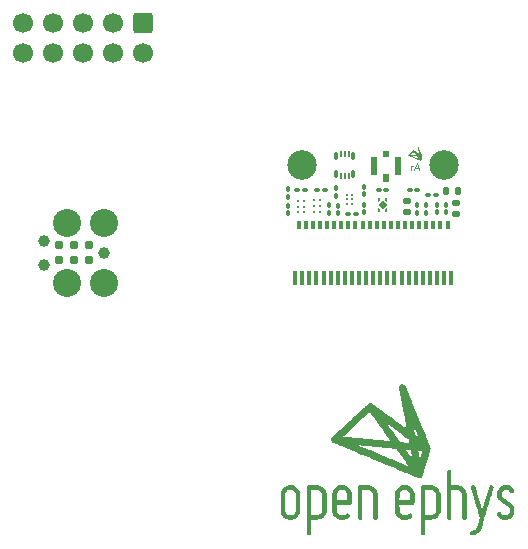
<source format=gbr>
%TF.GenerationSoftware,KiCad,Pcbnew,(7.0.0)*%
%TF.CreationDate,2023-09-06T14:08:44-04:00*%
%TF.ProjectId,headstage-neuropix1e,68656164-7374-4616-9765-2d6e6575726f,B*%
%TF.SameCoordinates,Original*%
%TF.FileFunction,Soldermask,Top*%
%TF.FilePolarity,Negative*%
%FSLAX46Y46*%
G04 Gerber Fmt 4.6, Leading zero omitted, Abs format (unit mm)*
G04 Created by KiCad (PCBNEW (7.0.0)) date 2023-09-06 14:08:44*
%MOMM*%
%LPD*%
G01*
G04 APERTURE LIST*
G04 Aperture macros list*
%AMRoundRect*
0 Rectangle with rounded corners*
0 $1 Rounding radius*
0 $2 $3 $4 $5 $6 $7 $8 $9 X,Y pos of 4 corners*
0 Add a 4 corners polygon primitive as box body*
4,1,4,$2,$3,$4,$5,$6,$7,$8,$9,$2,$3,0*
0 Add four circle primitives for the rounded corners*
1,1,$1+$1,$2,$3*
1,1,$1+$1,$4,$5*
1,1,$1+$1,$6,$7*
1,1,$1+$1,$8,$9*
0 Add four rect primitives between the rounded corners*
20,1,$1+$1,$2,$3,$4,$5,0*
20,1,$1+$1,$4,$5,$6,$7,0*
20,1,$1+$1,$6,$7,$8,$9,0*
20,1,$1+$1,$8,$9,$2,$3,0*%
%AMRotRect*
0 Rectangle, with rotation*
0 The origin of the aperture is its center*
0 $1 length*
0 $2 width*
0 $3 Rotation angle, in degrees counterclockwise*
0 Add horizontal line*
21,1,$1,$2,0,0,$3*%
%AMFreePoly0*
4,1,6,0.180000,0.075000,0.000000,-0.105000,-0.180000,-0.105000,-0.180000,0.105000,0.180000,0.105000,0.180000,0.075000,0.180000,0.075000,$1*%
%AMFreePoly1*
4,1,6,0.180000,-0.075000,0.180000,-0.105000,-0.180000,-0.105000,-0.180000,0.105000,0.000000,0.105000,0.180000,-0.075000,0.180000,-0.075000,$1*%
%AMFreePoly2*
4,1,6,0.180000,-0.105000,0.000000,-0.105000,-0.180000,0.075000,-0.180000,0.105000,0.180000,0.105000,0.180000,-0.105000,0.180000,-0.105000,$1*%
%AMFreePoly3*
4,1,6,0.180000,-0.105000,-0.180000,-0.105000,-0.180000,-0.075000,0.000000,0.105000,0.180000,0.105000,0.180000,-0.105000,0.180000,-0.105000,$1*%
G04 Aperture macros list end*
%ADD10C,0.120000*%
%ADD11C,2.374900*%
%ADD12C,0.990600*%
%ADD13C,0.787400*%
%ADD14RoundRect,0.100000X-0.130000X-0.100000X0.130000X-0.100000X0.130000X0.100000X-0.130000X0.100000X0*%
%ADD15RoundRect,0.100000X-0.100000X0.130000X-0.100000X-0.130000X0.100000X-0.130000X0.100000X0.130000X0*%
%ADD16RoundRect,0.009000X-0.081000X-0.233500X0.081000X-0.233500X0.081000X0.233500X-0.081000X0.233500X0*%
%ADD17RoundRect,0.011500X-0.103500X-0.256000X0.103500X-0.256000X0.103500X0.256000X-0.103500X0.256000X0*%
%ADD18R,0.500000X0.650000*%
%ADD19R,0.600000X1.500000*%
%ADD20R,0.500000X0.550000*%
%ADD21RoundRect,0.100000X0.100000X-0.130000X0.100000X0.130000X-0.100000X0.130000X-0.100000X-0.130000X0*%
%ADD22RoundRect,0.140000X-0.170000X0.140000X-0.170000X-0.140000X0.170000X-0.140000X0.170000X0.140000X0*%
%ADD23C,0.330000*%
%ADD24FreePoly0,90.000000*%
%ADD25FreePoly1,90.000000*%
%ADD26FreePoly2,90.000000*%
%ADD27FreePoly3,90.000000*%
%ADD28RotRect,0.480000X0.480000X135.000000*%
%ADD29RoundRect,0.100000X0.130000X0.100000X-0.130000X0.100000X-0.130000X-0.100000X0.130000X-0.100000X0*%
%ADD30R,0.300000X1.250000*%
%ADD31R,0.300000X0.700000*%
%ADD32C,2.500000*%
%ADD33RoundRect,0.140000X-0.140000X-0.170000X0.140000X-0.170000X0.140000X0.170000X-0.140000X0.170000X0*%
%ADD34RoundRect,0.250000X-0.600000X0.600000X-0.600000X-0.600000X0.600000X-0.600000X0.600000X0.600000X0*%
%ADD35C,1.700000*%
%ADD36RoundRect,0.050000X-0.250000X0.200000X-0.250000X-0.200000X0.250000X-0.200000X0.250000X0.200000X0*%
G04 APERTURE END LIST*
D10*
X145812857Y-88929428D02*
X145812857Y-88529428D01*
X145812857Y-88643714D02*
X145841428Y-88586571D01*
X145841428Y-88586571D02*
X145870000Y-88558000D01*
X145870000Y-88558000D02*
X145927142Y-88529428D01*
X145927142Y-88529428D02*
X145984285Y-88529428D01*
X146155714Y-88758000D02*
X146441429Y-88758000D01*
X146098571Y-88929428D02*
X146298571Y-88329428D01*
X146298571Y-88329428D02*
X146498571Y-88929428D01*
%TO.C,G\u002A\u002A\u002A*%
G36*
X146466015Y-87467131D02*
G01*
X146557514Y-87467131D01*
X146557766Y-87470147D01*
X146558983Y-87478087D01*
X146561025Y-87490130D01*
X146563750Y-87505451D01*
X146567016Y-87523229D01*
X146568908Y-87533317D01*
X146581235Y-87598569D01*
X146600260Y-87612758D01*
X146611900Y-87621160D01*
X146619406Y-87625880D01*
X146623067Y-87627071D01*
X146623188Y-87624926D01*
X146609071Y-87590312D01*
X146597009Y-87560787D01*
X146586859Y-87536011D01*
X146578482Y-87515646D01*
X146571735Y-87499353D01*
X146566479Y-87486794D01*
X146562571Y-87477630D01*
X146559872Y-87471522D01*
X146558240Y-87468131D01*
X146557535Y-87467120D01*
X146557514Y-87467131D01*
X146466015Y-87467131D01*
X146464298Y-87457696D01*
X146459644Y-87432338D01*
X146454370Y-87403781D01*
X146448555Y-87372449D01*
X146442275Y-87338769D01*
X146435609Y-87303166D01*
X146431623Y-87281941D01*
X146424733Y-87245196D01*
X146418165Y-87209964D01*
X146411997Y-87176690D01*
X146406312Y-87145816D01*
X146401190Y-87117789D01*
X146396711Y-87093052D01*
X146392957Y-87072050D01*
X146390007Y-87055228D01*
X146387943Y-87043029D01*
X146386845Y-87035898D01*
X146386682Y-87034315D01*
X146388953Y-87024042D01*
X146395144Y-87012925D01*
X146404048Y-87002949D01*
X146407335Y-87000277D01*
X146419534Y-86994619D01*
X146433298Y-86993520D01*
X146447059Y-86996593D01*
X146459252Y-87003452D01*
X146468308Y-87013709D01*
X146469336Y-87015589D01*
X146471070Y-87019534D01*
X146474877Y-87028566D01*
X146480620Y-87042352D01*
X146488161Y-87060559D01*
X146497363Y-87082851D01*
X146508090Y-87108897D01*
X146520204Y-87138363D01*
X146533568Y-87170915D01*
X146548044Y-87206219D01*
X146563497Y-87243942D01*
X146579789Y-87283751D01*
X146596782Y-87325312D01*
X146614339Y-87368291D01*
X146616129Y-87372676D01*
X146633759Y-87415841D01*
X146650850Y-87457661D01*
X146667264Y-87497800D01*
X146682862Y-87535920D01*
X146697507Y-87571684D01*
X146711061Y-87604755D01*
X146723384Y-87634795D01*
X146734338Y-87661469D01*
X146743786Y-87684437D01*
X146751589Y-87703364D01*
X146757608Y-87717912D01*
X146761705Y-87727743D01*
X146763743Y-87732521D01*
X146763819Y-87732690D01*
X146769149Y-87749471D01*
X146768953Y-87765122D01*
X146766100Y-87774493D01*
X146764544Y-87779020D01*
X146761494Y-87788613D01*
X146757116Y-87802726D01*
X146751579Y-87820810D01*
X146745046Y-87842320D01*
X146737687Y-87866707D01*
X146729665Y-87893425D01*
X146721149Y-87921925D01*
X146716054Y-87939039D01*
X146707350Y-87968274D01*
X146699073Y-87996007D01*
X146691385Y-88021695D01*
X146684449Y-88044797D01*
X146678428Y-88064772D01*
X146673486Y-88081078D01*
X146669786Y-88093172D01*
X146667490Y-88100515D01*
X146666862Y-88102394D01*
X146659735Y-88113748D01*
X146648776Y-88121749D01*
X146635169Y-88126060D01*
X146620101Y-88126346D01*
X146604754Y-88122269D01*
X146601723Y-88120885D01*
X146597461Y-88118981D01*
X146588136Y-88114958D01*
X146574079Y-88108955D01*
X146555625Y-88101112D01*
X146533106Y-88091569D01*
X146506854Y-88080465D01*
X146477203Y-88067940D01*
X146444484Y-88054134D01*
X146409032Y-88039187D01*
X146371177Y-88023239D01*
X146331254Y-88006428D01*
X146289595Y-87988896D01*
X146246532Y-87970782D01*
X146202399Y-87952224D01*
X146157527Y-87933365D01*
X146112251Y-87914342D01*
X146066901Y-87895296D01*
X146021812Y-87876366D01*
X145977316Y-87857692D01*
X145933745Y-87839415D01*
X145891433Y-87821673D01*
X145850711Y-87804607D01*
X145811914Y-87788356D01*
X145775372Y-87773060D01*
X145741420Y-87758859D01*
X145710390Y-87745892D01*
X145682615Y-87734300D01*
X145668050Y-87728231D01*
X145901264Y-87728231D01*
X145901397Y-87728390D01*
X145904370Y-87729850D01*
X145912298Y-87733370D01*
X145924761Y-87738774D01*
X145941336Y-87745886D01*
X145961604Y-87754528D01*
X145985142Y-87764524D01*
X146011529Y-87775697D01*
X146040344Y-87787871D01*
X146071166Y-87800869D01*
X146103574Y-87814515D01*
X146137146Y-87828632D01*
X146171461Y-87843042D01*
X146206098Y-87857570D01*
X146240635Y-87872039D01*
X146274652Y-87886273D01*
X146307726Y-87900094D01*
X146339438Y-87913326D01*
X146369365Y-87925792D01*
X146397086Y-87937317D01*
X146422180Y-87947722D01*
X146444226Y-87956832D01*
X146462803Y-87964470D01*
X146477489Y-87970459D01*
X146487863Y-87974622D01*
X146493503Y-87976784D01*
X146494438Y-87977053D01*
X146493016Y-87974527D01*
X146488505Y-87967747D01*
X146481248Y-87957202D01*
X146471588Y-87943380D01*
X146459868Y-87926771D01*
X146446430Y-87907862D01*
X146431618Y-87887144D01*
X146421485Y-87873034D01*
X146405738Y-87851281D01*
X146390858Y-87830985D01*
X146377227Y-87812646D01*
X146365226Y-87796768D01*
X146355237Y-87783851D01*
X146350389Y-87777817D01*
X146463483Y-87777817D01*
X146464924Y-87780258D01*
X146469331Y-87786778D01*
X146476242Y-87796714D01*
X146485191Y-87809403D01*
X146495716Y-87824180D01*
X146502997Y-87834335D01*
X146514345Y-87850017D01*
X146524543Y-87863909D01*
X146533107Y-87875369D01*
X146539554Y-87883755D01*
X146543399Y-87888422D01*
X146544270Y-87889163D01*
X146544108Y-87886081D01*
X146542990Y-87878195D01*
X146541067Y-87866446D01*
X146538495Y-87851779D01*
X146535863Y-87837462D01*
X146532681Y-87820922D01*
X146529733Y-87806404D01*
X146527231Y-87794880D01*
X146526587Y-87792247D01*
X146618755Y-87792247D01*
X146618789Y-87795443D01*
X146619788Y-87803315D01*
X146621593Y-87814795D01*
X146624044Y-87828813D01*
X146625022Y-87834108D01*
X146628675Y-87853584D01*
X146631412Y-87868031D01*
X146633391Y-87878173D01*
X146634769Y-87884735D01*
X146635702Y-87888443D01*
X146636348Y-87890021D01*
X146636864Y-87890195D01*
X146637122Y-87889981D01*
X146638329Y-87886913D01*
X146640886Y-87879220D01*
X146644477Y-87867889D01*
X146648788Y-87853906D01*
X146651444Y-87845136D01*
X146655972Y-87829900D01*
X146659829Y-87816550D01*
X146662723Y-87806131D01*
X146664360Y-87799689D01*
X146664619Y-87798218D01*
X146661995Y-87796665D01*
X146655225Y-87795001D01*
X146646009Y-87793447D01*
X146636045Y-87792223D01*
X146627032Y-87791553D01*
X146620670Y-87791655D01*
X146618755Y-87792247D01*
X146526587Y-87792247D01*
X146525382Y-87787320D01*
X146524483Y-87784738D01*
X146521175Y-87783785D01*
X146513599Y-87782523D01*
X146503274Y-87781124D01*
X146491723Y-87779759D01*
X146480467Y-87778603D01*
X146471026Y-87777827D01*
X146464922Y-87777604D01*
X146463483Y-87777817D01*
X146350389Y-87777817D01*
X146347641Y-87774397D01*
X146342820Y-87768908D01*
X146341404Y-87767721D01*
X146337553Y-87767082D01*
X146328346Y-87766001D01*
X146314265Y-87764522D01*
X146295786Y-87762690D01*
X146273389Y-87760551D01*
X146247554Y-87758150D01*
X146218758Y-87755531D01*
X146187481Y-87752741D01*
X146154201Y-87749825D01*
X146126095Y-87747400D01*
X146091459Y-87744420D01*
X146058370Y-87741549D01*
X146027318Y-87738831D01*
X145998788Y-87736310D01*
X145973267Y-87734029D01*
X145951244Y-87732032D01*
X145933204Y-87730364D01*
X145919635Y-87729067D01*
X145911024Y-87728186D01*
X145908038Y-87727810D01*
X145902631Y-87727284D01*
X145901264Y-87728231D01*
X145668050Y-87728231D01*
X145658426Y-87724221D01*
X145638158Y-87715797D01*
X145622142Y-87709165D01*
X145610712Y-87704468D01*
X145604201Y-87701843D01*
X145602993Y-87701385D01*
X145590254Y-87694452D01*
X145579634Y-87684042D01*
X145572666Y-87671833D01*
X145571206Y-87666614D01*
X145570462Y-87662822D01*
X145569905Y-87659359D01*
X145569767Y-87655979D01*
X145570283Y-87652434D01*
X145571690Y-87648477D01*
X145574221Y-87643863D01*
X145578113Y-87638344D01*
X145583599Y-87631673D01*
X145590915Y-87623605D01*
X145592998Y-87621448D01*
X145722177Y-87621448D01*
X145724951Y-87622197D01*
X145732694Y-87623307D01*
X145744538Y-87624678D01*
X145759619Y-87626212D01*
X145777068Y-87627811D01*
X145781448Y-87628187D01*
X145796070Y-87629433D01*
X145810132Y-87630637D01*
X145824143Y-87631844D01*
X145838611Y-87633101D01*
X145854042Y-87634453D01*
X145870945Y-87635943D01*
X145889829Y-87637618D01*
X145911199Y-87639522D01*
X145935566Y-87641701D01*
X145963436Y-87644200D01*
X145995317Y-87647063D01*
X146031717Y-87650337D01*
X146073144Y-87654066D01*
X146099753Y-87656461D01*
X146136215Y-87659743D01*
X146167273Y-87662528D01*
X146193353Y-87664845D01*
X146214882Y-87666724D01*
X146232286Y-87668194D01*
X146245990Y-87669284D01*
X146256422Y-87670022D01*
X146264007Y-87670439D01*
X146269172Y-87670562D01*
X146272343Y-87670422D01*
X146273946Y-87670047D01*
X146274408Y-87669467D01*
X146274154Y-87668710D01*
X146273941Y-87668353D01*
X146270562Y-87663292D01*
X146264246Y-87654236D01*
X146255331Y-87641650D01*
X146244153Y-87625996D01*
X146231048Y-87607738D01*
X146216354Y-87587337D01*
X146200407Y-87565258D01*
X146183544Y-87541963D01*
X146166101Y-87517915D01*
X146148416Y-87493578D01*
X146130825Y-87469414D01*
X146125896Y-87462656D01*
X146236673Y-87462656D01*
X146238964Y-87466825D01*
X146243623Y-87473655D01*
X146247648Y-87479249D01*
X146254653Y-87488991D01*
X146264202Y-87502278D01*
X146275862Y-87518503D01*
X146289197Y-87537062D01*
X146303771Y-87557349D01*
X146319151Y-87578759D01*
X146323548Y-87584879D01*
X146392928Y-87681468D01*
X146440250Y-87686204D01*
X146457144Y-87687854D01*
X146472774Y-87689304D01*
X146485860Y-87690442D01*
X146495125Y-87691155D01*
X146498191Y-87691327D01*
X146508810Y-87691713D01*
X146504678Y-87671956D01*
X146501862Y-87661216D01*
X146498523Y-87652371D01*
X146495523Y-87647512D01*
X146492222Y-87644946D01*
X146484617Y-87639326D01*
X146473173Y-87630988D01*
X146458357Y-87620267D01*
X146440635Y-87607501D01*
X146420474Y-87593026D01*
X146398341Y-87577179D01*
X146374701Y-87560295D01*
X146366105Y-87554166D01*
X146342083Y-87537042D01*
X146319425Y-87520884D01*
X146298593Y-87506023D01*
X146280049Y-87492787D01*
X146264256Y-87481508D01*
X146251677Y-87472516D01*
X146242773Y-87466141D01*
X146238008Y-87462713D01*
X146237394Y-87462264D01*
X146236673Y-87462656D01*
X146125896Y-87462656D01*
X146113664Y-87445885D01*
X146097271Y-87423456D01*
X146081982Y-87402589D01*
X146068134Y-87383748D01*
X146056063Y-87367394D01*
X146046107Y-87353992D01*
X146038601Y-87344003D01*
X146033883Y-87337892D01*
X146032303Y-87336089D01*
X146029781Y-87338016D01*
X146023392Y-87343541D01*
X146013554Y-87352280D01*
X146000684Y-87363849D01*
X145985199Y-87377864D01*
X145967518Y-87393940D01*
X145948056Y-87411694D01*
X145927233Y-87430742D01*
X145905464Y-87450699D01*
X145883168Y-87471182D01*
X145860762Y-87491806D01*
X145838663Y-87512187D01*
X145817289Y-87531942D01*
X145797057Y-87550686D01*
X145778385Y-87568035D01*
X145761689Y-87583605D01*
X145747388Y-87597012D01*
X145735898Y-87607872D01*
X145727638Y-87615801D01*
X145723024Y-87620415D01*
X145722177Y-87621448D01*
X145592998Y-87621448D01*
X145600296Y-87613891D01*
X145611977Y-87602286D01*
X145626192Y-87588542D01*
X145643176Y-87572414D01*
X145663165Y-87553653D01*
X145686393Y-87532014D01*
X145713096Y-87507250D01*
X145743508Y-87479113D01*
X145777864Y-87447358D01*
X145795591Y-87430975D01*
X145826098Y-87402812D01*
X145855501Y-87375737D01*
X145883501Y-87350021D01*
X145909801Y-87325935D01*
X145934103Y-87303747D01*
X145956111Y-87283729D01*
X145975528Y-87266149D01*
X145992055Y-87251278D01*
X146005396Y-87239387D01*
X146015253Y-87230745D01*
X146021329Y-87225621D01*
X146023190Y-87224266D01*
X146037519Y-87220835D01*
X146052059Y-87222974D01*
X146058042Y-87225602D01*
X146061824Y-87228057D01*
X146069993Y-87233671D01*
X146082183Y-87242184D01*
X146098029Y-87253338D01*
X146117166Y-87266873D01*
X146139228Y-87282530D01*
X146163849Y-87300050D01*
X146190664Y-87319172D01*
X146219308Y-87339639D01*
X146249415Y-87361191D01*
X146271078Y-87376721D01*
X146301747Y-87398702D01*
X146331036Y-87419654D01*
X146358598Y-87439330D01*
X146384087Y-87457488D01*
X146407157Y-87473880D01*
X146427463Y-87488263D01*
X146444659Y-87500390D01*
X146458399Y-87510018D01*
X146468337Y-87516901D01*
X146474127Y-87520794D01*
X146475539Y-87521605D01*
X146475155Y-87518625D01*
X146473760Y-87510319D01*
X146471434Y-87497112D01*
X146468254Y-87479429D01*
X146466015Y-87467131D01*
G37*
G36*
X134765391Y-117810773D02*
G01*
X134765391Y-117047319D01*
X135153177Y-117047319D01*
X135153177Y-117810773D01*
X135186069Y-117877424D01*
X135242661Y-117970159D01*
X135311738Y-118042855D01*
X135395265Y-118097309D01*
X135453710Y-118122177D01*
X135530174Y-118139183D01*
X135616261Y-118141618D01*
X135702615Y-118129984D01*
X135779880Y-118104782D01*
X135780128Y-118104668D01*
X135856299Y-118058202D01*
X135926108Y-117993800D01*
X135983234Y-117917761D01*
X136002192Y-117883329D01*
X136037815Y-117810773D01*
X136037815Y-117047319D01*
X136037815Y-116283865D01*
X136002192Y-116211310D01*
X135951930Y-116131646D01*
X135885905Y-116060836D01*
X135810555Y-116005317D01*
X135780128Y-115989246D01*
X135742556Y-115973215D01*
X135708136Y-115963427D01*
X135668596Y-115958423D01*
X135615667Y-115956744D01*
X135595496Y-115956670D01*
X135536809Y-115957623D01*
X135494045Y-115961453D01*
X135458935Y-115969620D01*
X135423208Y-115983583D01*
X135410864Y-115989246D01*
X135337471Y-116034411D01*
X135268772Y-116096305D01*
X135212125Y-116167568D01*
X135185754Y-116214357D01*
X135153177Y-116283865D01*
X135153177Y-117047319D01*
X134765391Y-117047319D01*
X134765391Y-116259628D01*
X134793771Y-116168741D01*
X134835697Y-116055506D01*
X134887146Y-115958443D01*
X134952618Y-115870012D01*
X135007459Y-115810952D01*
X135094327Y-115733368D01*
X135184699Y-115672871D01*
X135286114Y-115624959D01*
X135365248Y-115597263D01*
X135461161Y-115576295D01*
X135569006Y-115567642D01*
X135679905Y-115571203D01*
X135784976Y-115586873D01*
X135843922Y-115602831D01*
X135970199Y-115654904D01*
X136081844Y-115723761D01*
X136183049Y-115811436D01*
X136270618Y-115912520D01*
X136339043Y-116022976D01*
X136391929Y-116148639D01*
X136392586Y-116150563D01*
X136425601Y-116247510D01*
X136425601Y-117047319D01*
X136425601Y-117847128D01*
X136392586Y-117944075D01*
X136339724Y-118069948D01*
X136270678Y-118181223D01*
X136183158Y-118282577D01*
X136075234Y-118375634D01*
X135957986Y-118446344D01*
X135831013Y-118494883D01*
X135693911Y-118521425D01*
X135625792Y-118526354D01*
X135567021Y-118527131D01*
X135510958Y-118525526D01*
X135466223Y-118521880D01*
X135450987Y-118519439D01*
X135315802Y-118481705D01*
X135196406Y-118428028D01*
X135088602Y-118356177D01*
X135007459Y-118283686D01*
X134929875Y-118196819D01*
X134869378Y-118106447D01*
X134821466Y-118005031D01*
X134793771Y-117925897D01*
X134765391Y-117835010D01*
X134765391Y-117810773D01*
G37*
G36*
X139140105Y-116247510D02*
G01*
X139173120Y-116150563D01*
X139223471Y-116029171D01*
X139288373Y-115921920D01*
X139372277Y-115821671D01*
X139388531Y-115805032D01*
X139476368Y-115727614D01*
X139571125Y-115666543D01*
X139679367Y-115617939D01*
X139739962Y-115597297D01*
X139834414Y-115576529D01*
X139940729Y-115567497D01*
X140049562Y-115570201D01*
X140151571Y-115584642D01*
X140200458Y-115597297D01*
X140317806Y-115641166D01*
X140418418Y-115695580D01*
X140508860Y-115764421D01*
X140551889Y-115805032D01*
X140639392Y-115904769D01*
X140707079Y-116010197D01*
X140759336Y-116128355D01*
X140767118Y-116150563D01*
X140799952Y-116247510D01*
X140800133Y-116685888D01*
X140800134Y-116800673D01*
X140799945Y-116893731D01*
X140799433Y-116967573D01*
X140798466Y-117024707D01*
X140796913Y-117067643D01*
X140794642Y-117098892D01*
X140791520Y-117120964D01*
X140787416Y-117136367D01*
X140782198Y-117147613D01*
X140775735Y-117157210D01*
X140775329Y-117157754D01*
X140746479Y-117190115D01*
X140716890Y-117216227D01*
X140708509Y-117221978D01*
X140698688Y-117226789D01*
X140685289Y-117230759D01*
X140666172Y-117233985D01*
X140639200Y-117236567D01*
X140602232Y-117238603D01*
X140553132Y-117240191D01*
X140489759Y-117241432D01*
X140409976Y-117242422D01*
X140311643Y-117243260D01*
X140192622Y-117244046D01*
X140101832Y-117244582D01*
X139520227Y-117247953D01*
X139524059Y-117529363D01*
X139527891Y-117810773D01*
X139566079Y-117891375D01*
X139619939Y-117980504D01*
X139689285Y-118051570D01*
X139776341Y-118106795D01*
X139786602Y-118111766D01*
X139831355Y-118131393D01*
X139868988Y-118142869D01*
X139909568Y-118148275D01*
X139963162Y-118149690D01*
X139970210Y-118149691D01*
X140060185Y-118142602D01*
X140138426Y-118119770D01*
X140212046Y-118078481D01*
X140264347Y-118037396D01*
X140331482Y-117990310D01*
X140396361Y-117967122D01*
X140458626Y-117967854D01*
X140517920Y-117992526D01*
X140553846Y-118020612D01*
X140596976Y-118073916D01*
X140616714Y-118130422D01*
X140613545Y-118189158D01*
X140587952Y-118249148D01*
X140540417Y-118309420D01*
X140471424Y-118369000D01*
X140381456Y-118426914D01*
X140341558Y-118448442D01*
X140235454Y-118491374D01*
X140116584Y-118519338D01*
X139991768Y-118531641D01*
X139867826Y-118527592D01*
X139756596Y-118507834D01*
X139622375Y-118460663D01*
X139501263Y-118393572D01*
X139394573Y-118307812D01*
X139303619Y-118204634D01*
X139229712Y-118085291D01*
X139174904Y-117953294D01*
X139140105Y-117847128D01*
X139140105Y-117047319D01*
X139140105Y-116859485D01*
X139519910Y-116859485D01*
X139970210Y-116859485D01*
X140420510Y-116859485D01*
X140416478Y-116571675D01*
X140412447Y-116283865D01*
X140376974Y-116211419D01*
X140326945Y-116132002D01*
X140261086Y-116061260D01*
X140185886Y-116005684D01*
X140154842Y-115989246D01*
X140117270Y-115973215D01*
X140082849Y-115963427D01*
X140043310Y-115958423D01*
X139990381Y-115956744D01*
X139970210Y-115956670D01*
X139911522Y-115957623D01*
X139868759Y-115961453D01*
X139833649Y-115969620D01*
X139797922Y-115983583D01*
X139785578Y-115989246D01*
X139708467Y-116036992D01*
X139638118Y-116102483D01*
X139581020Y-116179230D01*
X139563446Y-116211419D01*
X139527973Y-116283865D01*
X139523941Y-116571675D01*
X139519910Y-116859485D01*
X139140105Y-116859485D01*
X139140105Y-116247510D01*
G37*
G36*
X144447929Y-116247510D02*
G01*
X144480945Y-116150563D01*
X144531296Y-116029171D01*
X144596198Y-115921920D01*
X144680102Y-115821671D01*
X144696355Y-115805032D01*
X144784192Y-115727614D01*
X144878949Y-115666543D01*
X144987191Y-115617939D01*
X145047786Y-115597297D01*
X145142239Y-115576529D01*
X145248553Y-115567497D01*
X145357387Y-115570201D01*
X145459396Y-115584642D01*
X145508282Y-115597297D01*
X145625631Y-115641166D01*
X145726242Y-115695580D01*
X145816684Y-115764421D01*
X145859714Y-115805032D01*
X145947216Y-115904769D01*
X146014904Y-116010197D01*
X146067160Y-116128355D01*
X146074942Y-116150563D01*
X146107776Y-116247510D01*
X146107958Y-116685888D01*
X146107959Y-116800673D01*
X146107769Y-116893731D01*
X146107257Y-116967573D01*
X146106290Y-117024707D01*
X146104738Y-117067643D01*
X146102466Y-117098892D01*
X146099345Y-117120964D01*
X146095241Y-117136367D01*
X146090023Y-117147613D01*
X146083559Y-117157210D01*
X146083154Y-117157754D01*
X146054304Y-117190115D01*
X146024715Y-117216227D01*
X146016334Y-117221978D01*
X146006513Y-117226789D01*
X145993113Y-117230759D01*
X145973997Y-117233985D01*
X145947024Y-117236567D01*
X145910057Y-117238603D01*
X145860956Y-117240191D01*
X145797584Y-117241432D01*
X145717800Y-117242422D01*
X145619467Y-117243260D01*
X145500446Y-117244046D01*
X145409656Y-117244582D01*
X144828051Y-117247953D01*
X144831883Y-117529363D01*
X144835716Y-117810773D01*
X144873903Y-117891375D01*
X144927763Y-117980504D01*
X144997109Y-118051570D01*
X145084166Y-118106795D01*
X145094427Y-118111766D01*
X145139179Y-118131393D01*
X145176812Y-118142869D01*
X145217392Y-118148275D01*
X145270987Y-118149690D01*
X145278034Y-118149691D01*
X145368009Y-118142602D01*
X145446250Y-118119770D01*
X145519871Y-118078481D01*
X145572171Y-118037396D01*
X145639306Y-117990310D01*
X145704185Y-117967122D01*
X145766451Y-117967854D01*
X145825744Y-117992526D01*
X145861671Y-118020612D01*
X145904800Y-118073916D01*
X145924539Y-118130422D01*
X145921370Y-118189158D01*
X145895776Y-118249148D01*
X145848242Y-118309420D01*
X145779249Y-118369000D01*
X145689281Y-118426914D01*
X145649382Y-118448442D01*
X145543278Y-118491374D01*
X145424408Y-118519338D01*
X145299592Y-118531641D01*
X145175650Y-118527592D01*
X145064421Y-118507834D01*
X144930200Y-118460663D01*
X144809088Y-118393572D01*
X144702398Y-118307812D01*
X144611443Y-118204634D01*
X144537536Y-118085291D01*
X144482728Y-117953294D01*
X144447929Y-117847128D01*
X144447929Y-117047319D01*
X144447929Y-116859485D01*
X144827734Y-116859485D01*
X145278034Y-116859485D01*
X145728335Y-116859485D01*
X145724303Y-116571675D01*
X145720271Y-116283865D01*
X145684798Y-116211419D01*
X145634770Y-116132002D01*
X145568911Y-116061260D01*
X145493710Y-116005684D01*
X145462666Y-115989246D01*
X145425094Y-115973215D01*
X145390674Y-115963427D01*
X145351134Y-115958423D01*
X145298205Y-115956744D01*
X145278034Y-115956670D01*
X145219347Y-115957623D01*
X145176584Y-115961453D01*
X145141474Y-115969620D01*
X145105746Y-115983583D01*
X145093402Y-115989246D01*
X145016291Y-116036992D01*
X144945942Y-116102483D01*
X144888845Y-116179230D01*
X144871270Y-116211419D01*
X144835798Y-116283865D01*
X144831766Y-116571675D01*
X144827734Y-116859485D01*
X144447929Y-116859485D01*
X144447929Y-116247510D01*
G37*
G36*
X142409158Y-115631108D02*
G01*
X142510179Y-115672085D01*
X142595146Y-115718428D01*
X142672241Y-115775233D01*
X142738331Y-115836188D01*
X142826347Y-115937270D01*
X142894769Y-116046956D01*
X142947452Y-116171455D01*
X142948597Y-116174800D01*
X142981613Y-116271747D01*
X142981613Y-117340295D01*
X142981605Y-117525560D01*
X142981557Y-117688125D01*
X142981436Y-117829528D01*
X142981205Y-117951306D01*
X142980831Y-118054997D01*
X142980278Y-118142137D01*
X142979511Y-118214265D01*
X142978497Y-118272916D01*
X142977198Y-118319629D01*
X142975582Y-118355941D01*
X142973613Y-118383389D01*
X142971256Y-118403511D01*
X142968476Y-118417842D01*
X142965238Y-118427922D01*
X142961509Y-118435287D01*
X142957252Y-118441475D01*
X142956627Y-118442314D01*
X142914874Y-118488489D01*
X142870244Y-118514805D01*
X142815110Y-118525169D01*
X142793779Y-118525754D01*
X142733627Y-118519714D01*
X142686440Y-118498989D01*
X142644588Y-118459670D01*
X142630930Y-118442328D01*
X142626561Y-118436074D01*
X142622721Y-118428728D01*
X142619369Y-118418741D01*
X142616457Y-118404560D01*
X142613943Y-118384633D01*
X142611782Y-118357410D01*
X142609929Y-118321339D01*
X142608340Y-118274869D01*
X142606970Y-118216448D01*
X142605775Y-118144524D01*
X142604711Y-118057547D01*
X142603733Y-117953965D01*
X142602797Y-117832227D01*
X142601858Y-117690781D01*
X142600871Y-117528075D01*
X142599885Y-117358487D01*
X142593826Y-116308101D01*
X142558313Y-116235656D01*
X142503336Y-116149665D01*
X142430499Y-116075823D01*
X142345189Y-116019515D01*
X142339077Y-116016461D01*
X142266632Y-115980989D01*
X141978993Y-115976959D01*
X141691355Y-115972929D01*
X141688154Y-117190894D01*
X141687625Y-117389469D01*
X141687124Y-117565241D01*
X141686618Y-117719646D01*
X141686075Y-117854118D01*
X141685463Y-117970091D01*
X141684750Y-118069000D01*
X141683902Y-118152279D01*
X141682888Y-118221362D01*
X141681675Y-118277684D01*
X141680232Y-118322680D01*
X141678525Y-118357783D01*
X141676523Y-118384429D01*
X141674193Y-118404052D01*
X141671503Y-118418086D01*
X141668420Y-118427965D01*
X141664913Y-118435125D01*
X141660948Y-118440999D01*
X141659967Y-118442321D01*
X141631895Y-118474026D01*
X141603308Y-118499431D01*
X141562652Y-118518180D01*
X141510154Y-118527306D01*
X141456592Y-118525881D01*
X141417748Y-118515439D01*
X141373953Y-118485818D01*
X141336542Y-118443296D01*
X141312748Y-118396704D01*
X141309301Y-118383007D01*
X141308391Y-118365825D01*
X141307579Y-118326024D01*
X141306869Y-118265224D01*
X141306264Y-118185042D01*
X141305771Y-118087097D01*
X141305391Y-117973008D01*
X141305131Y-117844392D01*
X141304993Y-117702868D01*
X141304982Y-117550055D01*
X141305103Y-117387570D01*
X141305359Y-117217033D01*
X141305755Y-117040061D01*
X141305790Y-117026998D01*
X141306345Y-116820052D01*
X141306867Y-116635966D01*
X141307386Y-116473364D01*
X141307931Y-116330868D01*
X141308531Y-116207102D01*
X141309215Y-116100690D01*
X141310012Y-116010254D01*
X141310950Y-115934418D01*
X141312059Y-115871806D01*
X141313369Y-115821041D01*
X141314907Y-115780746D01*
X141316703Y-115749545D01*
X141318787Y-115726060D01*
X141321186Y-115708916D01*
X141323931Y-115696736D01*
X141327050Y-115688143D01*
X141330572Y-115681760D01*
X141334270Y-115676554D01*
X141363130Y-115644214D01*
X141392751Y-115618106D01*
X141402337Y-115611567D01*
X141413438Y-115606281D01*
X141428566Y-115602113D01*
X141450228Y-115598932D01*
X141480936Y-115596605D01*
X141523200Y-115594999D01*
X141579528Y-115593980D01*
X141652432Y-115593416D01*
X141744420Y-115593174D01*
X141858004Y-115593121D01*
X141864616Y-115593121D01*
X142302987Y-115593121D01*
X142409158Y-115631108D01*
G37*
G36*
X149094864Y-114278263D02*
G01*
X149142051Y-114298988D01*
X149183903Y-114338305D01*
X149197562Y-114355649D01*
X149203241Y-114363914D01*
X149208003Y-114373596D01*
X149211944Y-114386802D01*
X149215158Y-114405637D01*
X149217739Y-114432207D01*
X149219783Y-114468619D01*
X149221383Y-114516978D01*
X149222635Y-114579391D01*
X149223632Y-114657964D01*
X149224469Y-114754802D01*
X149225242Y-114872012D01*
X149225905Y-114987016D01*
X149229263Y-115584929D01*
X149534923Y-115589753D01*
X149629783Y-115591358D01*
X149704152Y-115593047D01*
X149761772Y-115595165D01*
X149806388Y-115598056D01*
X149841743Y-115602067D01*
X149871581Y-115607541D01*
X149899645Y-115614825D01*
X149929679Y-115624263D01*
X149937529Y-115626864D01*
X150063757Y-115679087D01*
X150175205Y-115747820D01*
X150276656Y-115835673D01*
X150364225Y-115936757D01*
X150432650Y-116047213D01*
X150485535Y-116172876D01*
X150486193Y-116174800D01*
X150519208Y-116271747D01*
X150519208Y-117340295D01*
X150519200Y-117525560D01*
X150519153Y-117688125D01*
X150519031Y-117829528D01*
X150518801Y-117951306D01*
X150518426Y-118054997D01*
X150517873Y-118142137D01*
X150517107Y-118214265D01*
X150516092Y-118272916D01*
X150514794Y-118319629D01*
X150513177Y-118355941D01*
X150511208Y-118383389D01*
X150508851Y-118403511D01*
X150506071Y-118417842D01*
X150502834Y-118427922D01*
X150499104Y-118435287D01*
X150494847Y-118441475D01*
X150494223Y-118442314D01*
X150452470Y-118488489D01*
X150407839Y-118514805D01*
X150352705Y-118525169D01*
X150331374Y-118525754D01*
X150271223Y-118519714D01*
X150224035Y-118498989D01*
X150182183Y-118459670D01*
X150168525Y-118442328D01*
X150164156Y-118436074D01*
X150160317Y-118428728D01*
X150156964Y-118418741D01*
X150154053Y-118404560D01*
X150151539Y-118384633D01*
X150149377Y-118357410D01*
X150147524Y-118321339D01*
X150145935Y-118274869D01*
X150144565Y-118216448D01*
X150143371Y-118144524D01*
X150142306Y-118057547D01*
X150141328Y-117953965D01*
X150140392Y-117832227D01*
X150139453Y-117690781D01*
X150138467Y-117528075D01*
X150137481Y-117358487D01*
X150131422Y-116308101D01*
X150095908Y-116235656D01*
X150040931Y-116149665D01*
X149968094Y-116075823D01*
X149882785Y-116019515D01*
X149876673Y-116016461D01*
X149804227Y-115980989D01*
X149516589Y-115976959D01*
X149228950Y-115972929D01*
X149225749Y-117190894D01*
X149225220Y-117389469D01*
X149224719Y-117565241D01*
X149224214Y-117719646D01*
X149223671Y-117854118D01*
X149223059Y-117970091D01*
X149222345Y-118069000D01*
X149221497Y-118152279D01*
X149220483Y-118221362D01*
X149219271Y-118277684D01*
X149217827Y-118322680D01*
X149216120Y-118357783D01*
X149214118Y-118384429D01*
X149211788Y-118404052D01*
X149209098Y-118418086D01*
X149206016Y-118427965D01*
X149202508Y-118435125D01*
X149198544Y-118440999D01*
X149197562Y-118442321D01*
X149169491Y-118474026D01*
X149140903Y-118499431D01*
X149100248Y-118518180D01*
X149047749Y-118527306D01*
X148994187Y-118525881D01*
X148955344Y-118515439D01*
X148911557Y-118485827D01*
X148874159Y-118443323D01*
X148850377Y-118396752D01*
X148846923Y-118383007D01*
X148846177Y-118366758D01*
X148845495Y-118327576D01*
X148844879Y-118266765D01*
X148844331Y-118185628D01*
X148843855Y-118085469D01*
X148843451Y-117967593D01*
X148843123Y-117833302D01*
X148842873Y-117683901D01*
X148842703Y-117520693D01*
X148842615Y-117344982D01*
X148842611Y-117158071D01*
X148842694Y-116961264D01*
X148842866Y-116755866D01*
X148843130Y-116543179D01*
X148843412Y-116366551D01*
X148843863Y-116110360D01*
X148844289Y-115877291D01*
X148844703Y-115666231D01*
X148845123Y-115476066D01*
X148845563Y-115305681D01*
X148846041Y-115153963D01*
X148846570Y-115019798D01*
X148847167Y-114902071D01*
X148847849Y-114799669D01*
X148848630Y-114711478D01*
X148849526Y-114636384D01*
X148850554Y-114573272D01*
X148851729Y-114521029D01*
X148853066Y-114478541D01*
X148854581Y-114444694D01*
X148856291Y-114418374D01*
X148858211Y-114398466D01*
X148860357Y-114383858D01*
X148862744Y-114373434D01*
X148865388Y-114366081D01*
X148868306Y-114360685D01*
X148871512Y-114356132D01*
X148871865Y-114355658D01*
X148913620Y-114309486D01*
X148958249Y-114283172D01*
X149013379Y-114272809D01*
X149034714Y-114272224D01*
X149094864Y-114278263D01*
G37*
G36*
X153869924Y-115569524D02*
G01*
X153933879Y-115570442D01*
X153981639Y-115573382D01*
X154021231Y-115579653D01*
X154060686Y-115590564D01*
X154108033Y-115607422D01*
X154112290Y-115609025D01*
X154231959Y-115664692D01*
X154340146Y-115736020D01*
X154433143Y-115820039D01*
X154507242Y-115913781D01*
X154521323Y-115936578D01*
X154548183Y-116002277D01*
X154553333Y-116066957D01*
X154537747Y-116126721D01*
X154502401Y-116177676D01*
X154451788Y-116214185D01*
X154384946Y-116236343D01*
X154320536Y-116235630D01*
X154261992Y-116213011D01*
X154212749Y-116169452D01*
X154193554Y-116141609D01*
X154137319Y-116065964D01*
X154068749Y-116010659D01*
X153986860Y-115975154D01*
X153890669Y-115958911D01*
X153857805Y-115957703D01*
X153775141Y-115962140D01*
X153707490Y-115979087D01*
X153647639Y-116011387D01*
X153588375Y-116061889D01*
X153584824Y-116065416D01*
X153527794Y-116137812D01*
X153490141Y-116219013D01*
X153472099Y-116304968D01*
X153473901Y-116391625D01*
X153495779Y-116474932D01*
X153537964Y-116550836D01*
X153555708Y-116572807D01*
X153579191Y-116594991D01*
X153620389Y-116628916D01*
X153676920Y-116672781D01*
X153746404Y-116724780D01*
X153826455Y-116783111D01*
X153914694Y-116845970D01*
X153940700Y-116864246D01*
X154023818Y-116923056D01*
X154103327Y-116980384D01*
X154176299Y-117034038D01*
X154239805Y-117081828D01*
X154290917Y-117121560D01*
X154326707Y-117151042D01*
X154339422Y-117162714D01*
X154423237Y-117260018D01*
X154487908Y-117366571D01*
X154529351Y-117464866D01*
X154544543Y-117509474D01*
X154554889Y-117546869D01*
X154561321Y-117583767D01*
X154564772Y-117626885D01*
X154566174Y-117682939D01*
X154566432Y-117732004D01*
X154563355Y-117837229D01*
X154552540Y-117925498D01*
X154532241Y-118003343D01*
X154500712Y-118077292D01*
X154456208Y-118153875D01*
X154451781Y-118160698D01*
X154367717Y-118268615D01*
X154268931Y-118359566D01*
X154158151Y-118432467D01*
X154038100Y-118486231D01*
X153911505Y-118519772D01*
X153781091Y-118532003D01*
X153649582Y-118521839D01*
X153581865Y-118507394D01*
X153459443Y-118464139D01*
X153344130Y-118401695D01*
X153240391Y-118323189D01*
X153152689Y-118231748D01*
X153115073Y-118180382D01*
X153078033Y-118108633D01*
X153062328Y-118040394D01*
X153067257Y-117978214D01*
X153092120Y-117924640D01*
X153136218Y-117882221D01*
X153198850Y-117853504D01*
X153205396Y-117851672D01*
X153272512Y-117843784D01*
X153331327Y-117858585D01*
X153383002Y-117896457D01*
X153399970Y-117915674D01*
X153452247Y-117978882D01*
X153495455Y-118025801D01*
X153533842Y-118060389D01*
X153571656Y-118086608D01*
X153599800Y-118101972D01*
X153638040Y-118119536D01*
X153672049Y-118130140D01*
X153710543Y-118135512D01*
X153762240Y-118137379D01*
X153779036Y-118137504D01*
X153835008Y-118136824D01*
X153875296Y-118133120D01*
X153908414Y-118124751D01*
X153942875Y-118110074D01*
X153956633Y-118103242D01*
X154035680Y-118051531D01*
X154103569Y-117984258D01*
X154150657Y-117913779D01*
X154163875Y-117884998D01*
X154172268Y-117855823D01*
X154176871Y-117819596D01*
X154178721Y-117769658D01*
X154178941Y-117732004D01*
X154178438Y-117673331D01*
X154176073Y-117632009D01*
X154170557Y-117601159D01*
X154160603Y-117573901D01*
X154144923Y-117543356D01*
X154142972Y-117539822D01*
X154130672Y-117518304D01*
X154118006Y-117498797D01*
X154103007Y-117479687D01*
X154083708Y-117459359D01*
X154058140Y-117436199D01*
X154024338Y-117408592D01*
X153980332Y-117374924D01*
X153924155Y-117333580D01*
X153853841Y-117282946D01*
X153767421Y-117221408D01*
X153675685Y-117156384D01*
X153578091Y-117086563D01*
X153490611Y-117022566D01*
X153415216Y-116965902D01*
X153353877Y-116918079D01*
X153308565Y-116880605D01*
X153281251Y-116854989D01*
X153279840Y-116853426D01*
X153205757Y-116753023D01*
X153146121Y-116637151D01*
X153116719Y-116556527D01*
X153096402Y-116464230D01*
X153087360Y-116361315D01*
X153089626Y-116256838D01*
X153103230Y-116159856D01*
X153115169Y-116114208D01*
X153166363Y-115991805D01*
X153237896Y-115879792D01*
X153327166Y-115780734D01*
X153431575Y-115697194D01*
X153548523Y-115631735D01*
X153639676Y-115597039D01*
X153689104Y-115583440D01*
X153736420Y-115574981D01*
X153789966Y-115570663D01*
X153858086Y-115569491D01*
X153869924Y-115569524D01*
G37*
G36*
X152690300Y-115586672D02*
G01*
X152741428Y-115619272D01*
X152779637Y-115665975D01*
X152800714Y-115723608D01*
X152803511Y-115755273D01*
X152800110Y-115769859D01*
X152790211Y-115806113D01*
X152774274Y-115862485D01*
X152752759Y-115937427D01*
X152726124Y-116029389D01*
X152694830Y-116136822D01*
X152659336Y-116258176D01*
X152620100Y-116391903D01*
X152577583Y-116536454D01*
X152532243Y-116690279D01*
X152484541Y-116851829D01*
X152434935Y-117019555D01*
X152383884Y-117191908D01*
X152331849Y-117367339D01*
X152279288Y-117544298D01*
X152226662Y-117721237D01*
X152174428Y-117896605D01*
X152123047Y-118068855D01*
X152072978Y-118236436D01*
X152024680Y-118397800D01*
X151978613Y-118551397D01*
X151935236Y-118695679D01*
X151895009Y-118829096D01*
X151858390Y-118950099D01*
X151825839Y-119057139D01*
X151797816Y-119148666D01*
X151784367Y-119192262D01*
X151747143Y-119299892D01*
X151706728Y-119389274D01*
X151659723Y-119466391D01*
X151602729Y-119537232D01*
X151567602Y-119573989D01*
X151456614Y-119668708D01*
X151336017Y-119741712D01*
X151207033Y-119792436D01*
X151070887Y-119820311D01*
X151028177Y-119824176D01*
X150976292Y-119826545D01*
X150940044Y-119824767D01*
X150911012Y-119817611D01*
X150880771Y-119803848D01*
X150877595Y-119802186D01*
X150824873Y-119762102D01*
X150792043Y-119708406D01*
X150779818Y-119642307D01*
X150779752Y-119636601D01*
X150787824Y-119570555D01*
X150812907Y-119518898D01*
X150856297Y-119480471D01*
X150919293Y-119454116D01*
X151001366Y-119438879D01*
X151110763Y-119416736D01*
X151203984Y-119376568D01*
X151281111Y-119318322D01*
X151342228Y-119241945D01*
X151358037Y-119214390D01*
X151372275Y-119182317D01*
X151391144Y-119132170D01*
X151413664Y-119067237D01*
X151438856Y-118990810D01*
X151465740Y-118906178D01*
X151493336Y-118816631D01*
X151520665Y-118725459D01*
X151546748Y-118635952D01*
X151570604Y-118551401D01*
X151591254Y-118475095D01*
X151607719Y-118410325D01*
X151619018Y-118360379D01*
X151624174Y-118328550D01*
X151624162Y-118320577D01*
X151619866Y-118304024D01*
X151609067Y-118265852D01*
X151592235Y-118207652D01*
X151569842Y-118131017D01*
X151542357Y-118037538D01*
X151510252Y-117928807D01*
X151473998Y-117806418D01*
X151434064Y-117671961D01*
X151390922Y-117527028D01*
X151345043Y-117373213D01*
X151296897Y-117212106D01*
X151258452Y-117083674D01*
X151208664Y-116917389D01*
X151160608Y-116756738D01*
X151114771Y-116603357D01*
X151071640Y-116458883D01*
X151031702Y-116324951D01*
X150995444Y-116203198D01*
X150963353Y-116095261D01*
X150935916Y-116002775D01*
X150913621Y-115927378D01*
X150896953Y-115870704D01*
X150886401Y-115834392D01*
X150882806Y-115821555D01*
X150873826Y-115749357D01*
X150887148Y-115686349D01*
X150922936Y-115631851D01*
X150930905Y-115623732D01*
X150982729Y-115588446D01*
X151041385Y-115572398D01*
X151101455Y-115574801D01*
X151157522Y-115594868D01*
X151204168Y-115631810D01*
X151228130Y-115666928D01*
X151234300Y-115683806D01*
X151246798Y-115722147D01*
X151265082Y-115780171D01*
X151288610Y-115856100D01*
X151316839Y-115948153D01*
X151349227Y-116054551D01*
X151385231Y-116173515D01*
X151424310Y-116303265D01*
X151465920Y-116442023D01*
X151509520Y-116588007D01*
X151537147Y-116680809D01*
X151581382Y-116829345D01*
X151623711Y-116971022D01*
X151663619Y-117104144D01*
X151700591Y-117227016D01*
X151734113Y-117337942D01*
X151763670Y-117435226D01*
X151788747Y-117517172D01*
X151808829Y-117582084D01*
X151823403Y-117628267D01*
X151831953Y-117654026D01*
X151834046Y-117659014D01*
X151838398Y-117647704D01*
X151849170Y-117614919D01*
X151865824Y-117562400D01*
X151887825Y-117491890D01*
X151914638Y-117405131D01*
X151945726Y-117303864D01*
X151980554Y-117189832D01*
X152018586Y-117064776D01*
X152059287Y-116930438D01*
X152102119Y-116788561D01*
X152118203Y-116735159D01*
X152162276Y-116588751D01*
X152204771Y-116447602D01*
X152245106Y-116313648D01*
X152282698Y-116188824D01*
X152316963Y-116075067D01*
X152347318Y-115974312D01*
X152373181Y-115888495D01*
X152393968Y-115819550D01*
X152409096Y-115769415D01*
X152417982Y-115740023D01*
X152419247Y-115735858D01*
X152449911Y-115664290D01*
X152492481Y-115613326D01*
X152547881Y-115581962D01*
X152566140Y-115576475D01*
X152630466Y-115571348D01*
X152690300Y-115586672D01*
G37*
G36*
X138082917Y-115631108D02*
G01*
X138183939Y-115672085D01*
X138268906Y-115718428D01*
X138346001Y-115775233D01*
X138412090Y-115836188D01*
X138500107Y-115937270D01*
X138568528Y-116046956D01*
X138621212Y-116171455D01*
X138622357Y-116174800D01*
X138655372Y-116271747D01*
X138655372Y-117047319D01*
X138655372Y-117822892D01*
X138622357Y-117919838D01*
X138570016Y-118044785D01*
X138502034Y-118154765D01*
X138414553Y-118255986D01*
X138412090Y-118258450D01*
X138334445Y-118328936D01*
X138256000Y-118384216D01*
X138168479Y-118429432D01*
X138082917Y-118463039D01*
X138049863Y-118474551D01*
X138021441Y-118483474D01*
X137993895Y-118490193D01*
X137963470Y-118495093D01*
X137926409Y-118498560D01*
X137878956Y-118500979D01*
X137817355Y-118502734D01*
X137737851Y-118504211D01*
X137671086Y-118505262D01*
X137365427Y-118509987D01*
X137362069Y-119107761D01*
X137361279Y-119243578D01*
X137360502Y-119357266D01*
X137359644Y-119450929D01*
X137358612Y-119526675D01*
X137357309Y-119586610D01*
X137355641Y-119632840D01*
X137353515Y-119667472D01*
X137350835Y-119692611D01*
X137347506Y-119710365D01*
X137343435Y-119722840D01*
X137338526Y-119732141D01*
X137333726Y-119738989D01*
X137305652Y-119770692D01*
X137277067Y-119796092D01*
X137236412Y-119814840D01*
X137183913Y-119823966D01*
X137130352Y-119822541D01*
X137091508Y-119812099D01*
X137047721Y-119782487D01*
X137010323Y-119739983D01*
X136986541Y-119693412D01*
X136983087Y-119679667D01*
X136982339Y-119663405D01*
X136981654Y-119624215D01*
X136981037Y-119563404D01*
X136980489Y-119482279D01*
X136980012Y-119382151D01*
X136979608Y-119264325D01*
X136979281Y-119130110D01*
X136979032Y-118980814D01*
X136978863Y-118817745D01*
X136978777Y-118642211D01*
X136978776Y-118455520D01*
X136978863Y-118258979D01*
X136979039Y-118053897D01*
X136979307Y-117841582D01*
X136979575Y-117675329D01*
X136980029Y-117419960D01*
X136980455Y-117187710D01*
X136980871Y-116977462D01*
X136981292Y-116788097D01*
X136981735Y-116618499D01*
X136982214Y-116467550D01*
X136982747Y-116334132D01*
X136983348Y-116217128D01*
X136984034Y-116115421D01*
X136984821Y-116027892D01*
X136985464Y-115974848D01*
X137364771Y-115974848D01*
X137364771Y-117047319D01*
X137364771Y-118119790D01*
X137624235Y-118119790D01*
X137715010Y-118119486D01*
X137785518Y-118118395D01*
X137839724Y-118116249D01*
X137881593Y-118112780D01*
X137915089Y-118107720D01*
X137944177Y-118100802D01*
X137955662Y-118097393D01*
X138051140Y-118056301D01*
X138131679Y-117996722D01*
X138198264Y-117917776D01*
X138241677Y-117841069D01*
X138247011Y-117829388D01*
X138251558Y-117817262D01*
X138255380Y-117802765D01*
X138258541Y-117783971D01*
X138261103Y-117758953D01*
X138263129Y-117725786D01*
X138264681Y-117682543D01*
X138265824Y-117627299D01*
X138266619Y-117558127D01*
X138267130Y-117473102D01*
X138267419Y-117370297D01*
X138267550Y-117247787D01*
X138267585Y-117103645D01*
X138267586Y-117047319D01*
X138267570Y-116895093D01*
X138267480Y-116765177D01*
X138267254Y-116655646D01*
X138266829Y-116564573D01*
X138266141Y-116490033D01*
X138265128Y-116430100D01*
X138263727Y-116382846D01*
X138261875Y-116346347D01*
X138259509Y-116318677D01*
X138256567Y-116297908D01*
X138252985Y-116282116D01*
X138248700Y-116269374D01*
X138243651Y-116257756D01*
X138241677Y-116253569D01*
X138185429Y-116158686D01*
X138116004Y-116083868D01*
X138032418Y-116028233D01*
X137955662Y-115997245D01*
X137927232Y-115989493D01*
X137896008Y-115983710D01*
X137858025Y-115979626D01*
X137809317Y-115976974D01*
X137745921Y-115975486D01*
X137663871Y-115974894D01*
X137624235Y-115974848D01*
X137364771Y-115974848D01*
X136985464Y-115974848D01*
X136985724Y-115953425D01*
X136986760Y-115890902D01*
X136987945Y-115839204D01*
X136989293Y-115797216D01*
X136990822Y-115763818D01*
X136992548Y-115737894D01*
X136994485Y-115718327D01*
X136996650Y-115703998D01*
X136999059Y-115693790D01*
X137001728Y-115686585D01*
X137004673Y-115681267D01*
X137007909Y-115676717D01*
X137008029Y-115676555D01*
X137036890Y-115644214D01*
X137066510Y-115618106D01*
X137076096Y-115611567D01*
X137087198Y-115606281D01*
X137102325Y-115602113D01*
X137123988Y-115598932D01*
X137154696Y-115596605D01*
X137196959Y-115594999D01*
X137253288Y-115593980D01*
X137326191Y-115593416D01*
X137418180Y-115593174D01*
X137531763Y-115593121D01*
X137538376Y-115593121D01*
X137976746Y-115593121D01*
X138082917Y-115631108D01*
G37*
G36*
X147729101Y-115631108D02*
G01*
X147830122Y-115672085D01*
X147915089Y-115718428D01*
X147992184Y-115775233D01*
X148058273Y-115836188D01*
X148146290Y-115937270D01*
X148214712Y-116046956D01*
X148267395Y-116171455D01*
X148268540Y-116174800D01*
X148301555Y-116271747D01*
X148301555Y-117047319D01*
X148301555Y-117822892D01*
X148268540Y-117919838D01*
X148216200Y-118044785D01*
X148148217Y-118154765D01*
X148060736Y-118255986D01*
X148058273Y-118258450D01*
X147980628Y-118328936D01*
X147902183Y-118384216D01*
X147814662Y-118429432D01*
X147729101Y-118463039D01*
X147696046Y-118474551D01*
X147667624Y-118483474D01*
X147640079Y-118490193D01*
X147609653Y-118495093D01*
X147572592Y-118498560D01*
X147525139Y-118500979D01*
X147463538Y-118502734D01*
X147384034Y-118504211D01*
X147317270Y-118505262D01*
X147011610Y-118509987D01*
X147008253Y-119107761D01*
X147007462Y-119243578D01*
X147006685Y-119357266D01*
X147005828Y-119450929D01*
X147004795Y-119526675D01*
X147003492Y-119586610D01*
X147001824Y-119632840D01*
X146999698Y-119667472D01*
X146997018Y-119692611D01*
X146993689Y-119710365D01*
X146989618Y-119722840D01*
X146984709Y-119732141D01*
X146979910Y-119738989D01*
X146951835Y-119770692D01*
X146923250Y-119796092D01*
X146882595Y-119814840D01*
X146830096Y-119823966D01*
X146776535Y-119822541D01*
X146737691Y-119812099D01*
X146693904Y-119782487D01*
X146656506Y-119739983D01*
X146632724Y-119693412D01*
X146629270Y-119679667D01*
X146628522Y-119663405D01*
X146627838Y-119624215D01*
X146627220Y-119563404D01*
X146626672Y-119482279D01*
X146626195Y-119382151D01*
X146625791Y-119264325D01*
X146625464Y-119130110D01*
X146625215Y-118980814D01*
X146625046Y-118817745D01*
X146624960Y-118642211D01*
X146624959Y-118455520D01*
X146625046Y-118258979D01*
X146625222Y-118053897D01*
X146625490Y-117841582D01*
X146625759Y-117675329D01*
X146626212Y-117419960D01*
X146626638Y-117187710D01*
X146627054Y-116977462D01*
X146627476Y-116788097D01*
X146627918Y-116618499D01*
X146628397Y-116467550D01*
X146628930Y-116334132D01*
X146629531Y-116217128D01*
X146630217Y-116115421D01*
X146631004Y-116027892D01*
X146631647Y-115974848D01*
X147010954Y-115974848D01*
X147010954Y-117047319D01*
X147010954Y-118119790D01*
X147270418Y-118119790D01*
X147361193Y-118119486D01*
X147431701Y-118118395D01*
X147485907Y-118116249D01*
X147527776Y-118112780D01*
X147561272Y-118107720D01*
X147590360Y-118100802D01*
X147601845Y-118097393D01*
X147697323Y-118056301D01*
X147777862Y-117996722D01*
X147844447Y-117917776D01*
X147887860Y-117841069D01*
X147893194Y-117829388D01*
X147897741Y-117817262D01*
X147901563Y-117802765D01*
X147904724Y-117783971D01*
X147907286Y-117758953D01*
X147909312Y-117725786D01*
X147910865Y-117682543D01*
X147912007Y-117627299D01*
X147912803Y-117558127D01*
X147913313Y-117473102D01*
X147913603Y-117370297D01*
X147913733Y-117247787D01*
X147913768Y-117103645D01*
X147913769Y-117047319D01*
X147913753Y-116895093D01*
X147913664Y-116765177D01*
X147913437Y-116655646D01*
X147913012Y-116564573D01*
X147912324Y-116490033D01*
X147911311Y-116430100D01*
X147909910Y-116382846D01*
X147908058Y-116346347D01*
X147905692Y-116318677D01*
X147902750Y-116297908D01*
X147899168Y-116282116D01*
X147894884Y-116269374D01*
X147889834Y-116257756D01*
X147887860Y-116253569D01*
X147831613Y-116158686D01*
X147762187Y-116083868D01*
X147678601Y-116028233D01*
X147601845Y-115997245D01*
X147573416Y-115989493D01*
X147542192Y-115983710D01*
X147504208Y-115979626D01*
X147455500Y-115976974D01*
X147392104Y-115975486D01*
X147310054Y-115974894D01*
X147270418Y-115974848D01*
X147010954Y-115974848D01*
X146631647Y-115974848D01*
X146631907Y-115953425D01*
X146632943Y-115890902D01*
X146634128Y-115839204D01*
X146635477Y-115797216D01*
X146637006Y-115763818D01*
X146638731Y-115737894D01*
X146640668Y-115718327D01*
X146642833Y-115703998D01*
X146645242Y-115693790D01*
X146647911Y-115686585D01*
X146650856Y-115681267D01*
X146654092Y-115676717D01*
X146654212Y-115676555D01*
X146683073Y-115644214D01*
X146712693Y-115618106D01*
X146722279Y-115611567D01*
X146733381Y-115606281D01*
X146748508Y-115602113D01*
X146770171Y-115598932D01*
X146800879Y-115596605D01*
X146843143Y-115594999D01*
X146899471Y-115593980D01*
X146972375Y-115593416D01*
X147064363Y-115593174D01*
X147177946Y-115593121D01*
X147184559Y-115593121D01*
X147622929Y-115593121D01*
X147729101Y-115631108D01*
G37*
G36*
X145358454Y-110358006D02*
G01*
X145968779Y-110358006D01*
X145974838Y-110364065D01*
X145980897Y-110358006D01*
X145974838Y-110351947D01*
X145968779Y-110358006D01*
X145358454Y-110358006D01*
X145349167Y-110309536D01*
X145322037Y-110168328D01*
X145292320Y-110014011D01*
X145260274Y-109847920D01*
X145226154Y-109671391D01*
X145190216Y-109485758D01*
X145152717Y-109292357D01*
X145118159Y-109114374D01*
X145064315Y-108836702D01*
X145015290Y-108582719D01*
X144971072Y-108352364D01*
X144931648Y-108145576D01*
X144897009Y-107962293D01*
X144867142Y-107802455D01*
X144842036Y-107665999D01*
X144821679Y-107552865D01*
X144806061Y-107462991D01*
X144795169Y-107396316D01*
X144788994Y-107352779D01*
X144787440Y-107334485D01*
X144797139Y-107248940D01*
X144826970Y-107176627D01*
X144877342Y-107116696D01*
X144900915Y-107097745D01*
X144977875Y-107054823D01*
X145057413Y-107035948D01*
X145138670Y-107041175D01*
X145220789Y-107070560D01*
X145231954Y-107076413D01*
X145286138Y-107113436D01*
X145328853Y-107161320D01*
X145364327Y-107225423D01*
X145380437Y-107264614D01*
X145387567Y-107282667D01*
X145403295Y-107321927D01*
X145427113Y-107381141D01*
X145458513Y-107459055D01*
X145496988Y-107554415D01*
X145542030Y-107665967D01*
X145593132Y-107792458D01*
X145649784Y-107932633D01*
X145711481Y-108085239D01*
X145777714Y-108249022D01*
X145847975Y-108422729D01*
X145921757Y-108605104D01*
X145998552Y-108794896D01*
X146077853Y-108990849D01*
X146159151Y-109191711D01*
X146241939Y-109396226D01*
X146325710Y-109603142D01*
X146409955Y-109811205D01*
X146494168Y-110019161D01*
X146577839Y-110225756D01*
X146660463Y-110429736D01*
X146741530Y-110629848D01*
X146820533Y-110824837D01*
X146896965Y-111013450D01*
X146970318Y-111194433D01*
X147040084Y-111366533D01*
X147105755Y-111528495D01*
X147166824Y-111679066D01*
X147222783Y-111816991D01*
X147273125Y-111941018D01*
X147317341Y-112049892D01*
X147354925Y-112142360D01*
X147385367Y-112217167D01*
X147408162Y-112273060D01*
X147422800Y-112308786D01*
X147427944Y-112321174D01*
X147453334Y-112403947D01*
X147456526Y-112484033D01*
X147437752Y-112567932D01*
X147436799Y-112570732D01*
X147430889Y-112589668D01*
X147418808Y-112629845D01*
X147401151Y-112689230D01*
X147378510Y-112765791D01*
X147351481Y-112857495D01*
X147320656Y-112962310D01*
X147286630Y-113078203D01*
X147249997Y-113203141D01*
X147211349Y-113335092D01*
X147171282Y-113472023D01*
X147130388Y-113611902D01*
X147089263Y-113752696D01*
X147048498Y-113892373D01*
X147008689Y-114028899D01*
X146970430Y-114160243D01*
X146934313Y-114284371D01*
X146900933Y-114399252D01*
X146870883Y-114502852D01*
X146844758Y-114593139D01*
X146823152Y-114668080D01*
X146806657Y-114725643D01*
X146795869Y-114763796D01*
X146792465Y-114776208D01*
X146762836Y-114843004D01*
X146714641Y-114900241D01*
X146652533Y-114945309D01*
X146581167Y-114975596D01*
X146505195Y-114988493D01*
X146429271Y-114981390D01*
X146427470Y-114980948D01*
X146386614Y-114967666D01*
X146343247Y-114949247D01*
X146336582Y-114945928D01*
X146321782Y-114939428D01*
X146285448Y-114924019D01*
X146228442Y-114900058D01*
X146151624Y-114867902D01*
X146055857Y-114827911D01*
X145942001Y-114780441D01*
X145810918Y-114725850D01*
X145663469Y-114664497D01*
X145500515Y-114596738D01*
X145322917Y-114522932D01*
X145131537Y-114443436D01*
X144927236Y-114358609D01*
X144710875Y-114268807D01*
X144483315Y-114174390D01*
X144245418Y-114075714D01*
X143998045Y-113973137D01*
X143742057Y-113867017D01*
X143478316Y-113757713D01*
X143207682Y-113645581D01*
X142931017Y-113530979D01*
X142775601Y-113466615D01*
X142496004Y-113350828D01*
X142221973Y-113237341D01*
X141954368Y-113126510D01*
X141694048Y-113018693D01*
X141441876Y-112914246D01*
X141198711Y-112813524D01*
X140965414Y-112716886D01*
X140742845Y-112624687D01*
X140531865Y-112537283D01*
X140333334Y-112455032D01*
X140148113Y-112378290D01*
X139977063Y-112307413D01*
X139821043Y-112242758D01*
X139744893Y-112211198D01*
X141330419Y-112211198D01*
X141341044Y-112216088D01*
X141372748Y-112229691D01*
X141424213Y-112251459D01*
X141494121Y-112280847D01*
X141581152Y-112317306D01*
X141683989Y-112360291D01*
X141801313Y-112409253D01*
X141931805Y-112463648D01*
X142074147Y-112522927D01*
X142227020Y-112586544D01*
X142389106Y-112653952D01*
X142559085Y-112724604D01*
X142735640Y-112797954D01*
X142917452Y-112873454D01*
X143103202Y-112950559D01*
X143291571Y-113028720D01*
X143481242Y-113107391D01*
X143670896Y-113186026D01*
X143859213Y-113264077D01*
X144044876Y-113340998D01*
X144226566Y-113416242D01*
X144402964Y-113489262D01*
X144572751Y-113559512D01*
X144734610Y-113626443D01*
X144887222Y-113689511D01*
X145029267Y-113748167D01*
X145159428Y-113801865D01*
X145276386Y-113850058D01*
X145378822Y-113892200D01*
X145465418Y-113927743D01*
X145534855Y-113956141D01*
X145585815Y-113976847D01*
X145616978Y-113989314D01*
X145627043Y-113993033D01*
X145620729Y-113983008D01*
X145601318Y-113954859D01*
X145569900Y-113910113D01*
X145527561Y-113850300D01*
X145475392Y-113776947D01*
X145414480Y-113691581D01*
X145345915Y-113595730D01*
X145270785Y-113490923D01*
X145190178Y-113378686D01*
X145105184Y-113260549D01*
X145100840Y-113254516D01*
X145015323Y-113135946D01*
X144933741Y-113023178D01*
X144857220Y-112917750D01*
X144786888Y-112821200D01*
X144723873Y-112735065D01*
X144669303Y-112660882D01*
X144624306Y-112600189D01*
X144621607Y-112596596D01*
X145380300Y-112596596D01*
X145385764Y-112607458D01*
X145403999Y-112635803D01*
X145433531Y-112679503D01*
X145472885Y-112736433D01*
X145520588Y-112804465D01*
X145575165Y-112881473D01*
X145635144Y-112965331D01*
X145654794Y-112992649D01*
X145716374Y-113077926D01*
X145773473Y-113156573D01*
X145824566Y-113226522D01*
X145868128Y-113285702D01*
X145902633Y-113332046D01*
X145926555Y-113363482D01*
X145938369Y-113377943D01*
X145939341Y-113378649D01*
X145938056Y-113366273D01*
X145932614Y-113333020D01*
X145923542Y-113281790D01*
X145911371Y-113215486D01*
X145896627Y-113137010D01*
X145879840Y-113049263D01*
X145871679Y-113007113D01*
X145853848Y-112915997D01*
X145837318Y-112832778D01*
X145822690Y-112760375D01*
X145810562Y-112701707D01*
X145809269Y-112695689D01*
X146432447Y-112695689D01*
X146432893Y-112708731D01*
X146437481Y-112741722D01*
X146445517Y-112791025D01*
X146456309Y-112853005D01*
X146469164Y-112924028D01*
X146483388Y-113000458D01*
X146498288Y-113078659D01*
X146513172Y-113154997D01*
X146527347Y-113225835D01*
X146540118Y-113287540D01*
X146550793Y-113336474D01*
X146558680Y-113369004D01*
X146563084Y-113381494D01*
X146563207Y-113381527D01*
X146568400Y-113370369D01*
X146579303Y-113338880D01*
X146594981Y-113290036D01*
X146614502Y-113226816D01*
X146636932Y-113152196D01*
X146661337Y-113069154D01*
X146663579Y-113061438D01*
X146687923Y-112977155D01*
X146709883Y-112900361D01*
X146728588Y-112834166D01*
X146743165Y-112781682D01*
X146752744Y-112746018D01*
X146756452Y-112730283D01*
X146756469Y-112730005D01*
X146745278Y-112725258D01*
X146715297Y-112719433D01*
X146671917Y-112713100D01*
X146620531Y-112706830D01*
X146566528Y-112701194D01*
X146515301Y-112696763D01*
X146472239Y-112694107D01*
X146442735Y-112693799D01*
X146432447Y-112695689D01*
X145809269Y-112695689D01*
X145801534Y-112659694D01*
X145796203Y-112637253D01*
X145795172Y-112634320D01*
X145781490Y-112631042D01*
X145748662Y-112626481D01*
X145701549Y-112621078D01*
X145645015Y-112615275D01*
X145583921Y-112609516D01*
X145523129Y-112604241D01*
X145467500Y-112599893D01*
X145421898Y-112596915D01*
X145391182Y-112595747D01*
X145380300Y-112596596D01*
X144621607Y-112596596D01*
X144590008Y-112554523D01*
X144567539Y-112525422D01*
X144558025Y-112514424D01*
X144557937Y-112514384D01*
X144544332Y-112512669D01*
X144508410Y-112508890D01*
X144451877Y-112503206D01*
X144376438Y-112495779D01*
X144283802Y-112486768D01*
X144175673Y-112476335D01*
X144053759Y-112464638D01*
X143919765Y-112451838D01*
X143775398Y-112438097D01*
X143622366Y-112423573D01*
X143462373Y-112408428D01*
X143297126Y-112392821D01*
X143128332Y-112376913D01*
X142957697Y-112360864D01*
X142786927Y-112344835D01*
X142617729Y-112328986D01*
X142451810Y-112313476D01*
X142290875Y-112298467D01*
X142136631Y-112284119D01*
X141990784Y-112270592D01*
X141855042Y-112258045D01*
X141731109Y-112246641D01*
X141620693Y-112236538D01*
X141525499Y-112227897D01*
X141447235Y-112220879D01*
X141387607Y-112215644D01*
X141348320Y-112212351D01*
X141331082Y-112211162D01*
X141330419Y-112211198D01*
X139744893Y-112211198D01*
X139680914Y-112184682D01*
X139557537Y-112133540D01*
X139451773Y-112089690D01*
X139364481Y-112053488D01*
X139296522Y-112025290D01*
X139248757Y-112005453D01*
X139222046Y-111994334D01*
X139216620Y-111992055D01*
X139148230Y-111950198D01*
X139095366Y-111892323D01*
X139059773Y-111822350D01*
X139043197Y-111744199D01*
X139047384Y-111661788D01*
X139055050Y-111629241D01*
X139065885Y-111596316D01*
X139079281Y-111568713D01*
X139099020Y-111541307D01*
X139128883Y-111508974D01*
X139161531Y-111477360D01*
X140061665Y-111477360D01*
X140061668Y-111477502D01*
X140074249Y-111479344D01*
X140109701Y-111483338D01*
X140166763Y-111489358D01*
X140244177Y-111497283D01*
X140340683Y-111506988D01*
X140455022Y-111518351D01*
X140585934Y-111531248D01*
X140732159Y-111545556D01*
X140892439Y-111561152D01*
X141065514Y-111577912D01*
X141250124Y-111595714D01*
X141445010Y-111614434D01*
X141648913Y-111633949D01*
X141860573Y-111654135D01*
X142070258Y-111674065D01*
X142288246Y-111694753D01*
X142499726Y-111714828D01*
X142703436Y-111734170D01*
X142898112Y-111752658D01*
X143082494Y-111770174D01*
X143255318Y-111786596D01*
X143415323Y-111801804D01*
X143561246Y-111815680D01*
X143691825Y-111828102D01*
X143805797Y-111838951D01*
X143901901Y-111848106D01*
X143978874Y-111855448D01*
X144035454Y-111860857D01*
X144070379Y-111864212D01*
X144082360Y-111865390D01*
X144089167Y-111858357D01*
X144088419Y-111854792D01*
X144080953Y-111843614D01*
X144060185Y-111813994D01*
X144026989Y-111767152D01*
X143982237Y-111704305D01*
X143926803Y-111626673D01*
X143861557Y-111535473D01*
X143787375Y-111431924D01*
X143705127Y-111317245D01*
X143615688Y-111192653D01*
X143519929Y-111059369D01*
X143418725Y-110918609D01*
X143312946Y-110771593D01*
X143236097Y-110664849D01*
X143126905Y-110513211D01*
X143021173Y-110366372D01*
X142989631Y-110322564D01*
X143741037Y-110322564D01*
X143743041Y-110329014D01*
X143757572Y-110352409D01*
X143782856Y-110390127D01*
X143817116Y-110439547D01*
X143858578Y-110498046D01*
X143881078Y-110529359D01*
X143917784Y-110580269D01*
X143966722Y-110648213D01*
X144025982Y-110730538D01*
X144093657Y-110824593D01*
X144167839Y-110927725D01*
X144246621Y-111037282D01*
X144328095Y-111150612D01*
X144410353Y-111265064D01*
X144459550Y-111333531D01*
X144535630Y-111439392D01*
X144607558Y-111539421D01*
X144674080Y-111631878D01*
X144733943Y-111715022D01*
X144785892Y-111787115D01*
X144828674Y-111846416D01*
X144861035Y-111891184D01*
X144881721Y-111919681D01*
X144889437Y-111930119D01*
X144902444Y-111932999D01*
X144936042Y-111937817D01*
X144986696Y-111944196D01*
X145050870Y-111951760D01*
X145125029Y-111960132D01*
X145205639Y-111968935D01*
X145289164Y-111977792D01*
X145372069Y-111986326D01*
X145450819Y-111994160D01*
X145521879Y-112000917D01*
X145581713Y-112006221D01*
X145626787Y-112009694D01*
X145645927Y-112010769D01*
X145670040Y-112009141D01*
X145676268Y-111997788D01*
X145674114Y-111984891D01*
X145669113Y-111960978D01*
X145661268Y-111920397D01*
X145651956Y-111870343D01*
X145647999Y-111848560D01*
X145638584Y-111797743D01*
X145630102Y-111754462D01*
X145623886Y-111725417D01*
X145622219Y-111718898D01*
X145612139Y-111709932D01*
X145584162Y-111687816D01*
X145539919Y-111653757D01*
X145481038Y-111608966D01*
X145409149Y-111554650D01*
X145325880Y-111492021D01*
X145232860Y-111422285D01*
X145131718Y-111346653D01*
X145024083Y-111266333D01*
X144911583Y-111182535D01*
X144795849Y-111096468D01*
X144678508Y-111009341D01*
X144561189Y-110922362D01*
X144445522Y-110836742D01*
X144333136Y-110753688D01*
X144225658Y-110674411D01*
X144124719Y-110600118D01*
X144031947Y-110532021D01*
X143948971Y-110471326D01*
X143877420Y-110419244D01*
X143818923Y-110376984D01*
X143775109Y-110345754D01*
X143747606Y-110326764D01*
X143741037Y-110322564D01*
X142989631Y-110322564D01*
X142919820Y-110225607D01*
X142823765Y-110092193D01*
X142733926Y-109967405D01*
X142651222Y-109852519D01*
X142576570Y-109748811D01*
X142510890Y-109657558D01*
X142455099Y-109580034D01*
X142410117Y-109517517D01*
X142376862Y-109471281D01*
X142356252Y-109442604D01*
X142350055Y-109433960D01*
X142312295Y-109381069D01*
X141183689Y-110425993D01*
X141043631Y-110555763D01*
X140908680Y-110680994D01*
X140779886Y-110800700D01*
X140658299Y-110913899D01*
X140544969Y-111019604D01*
X140440948Y-111116831D01*
X140347285Y-111204597D01*
X140265031Y-111281916D01*
X140195237Y-111347805D01*
X140138953Y-111401278D01*
X140097229Y-111441351D01*
X140071116Y-111467040D01*
X140061665Y-111477360D01*
X139161531Y-111477360D01*
X139172652Y-111466591D01*
X139180658Y-111459043D01*
X139201651Y-111439432D01*
X139239361Y-111404366D01*
X139292712Y-111354842D01*
X139360624Y-111291860D01*
X139442020Y-111216417D01*
X139535822Y-111129511D01*
X139640952Y-111032141D01*
X139756331Y-110925305D01*
X139880883Y-110810001D01*
X140013529Y-110687228D01*
X140153190Y-110557983D01*
X140298790Y-110423266D01*
X140449250Y-110284073D01*
X140603492Y-110141405D01*
X140618540Y-110127487D01*
X140773198Y-109984415D01*
X140924232Y-109844635D01*
X141070559Y-109709152D01*
X141211095Y-109578971D01*
X141344758Y-109455097D01*
X141470465Y-109338535D01*
X141587132Y-109230292D01*
X141693677Y-109131370D01*
X141789017Y-109042777D01*
X141872068Y-108965517D01*
X141941748Y-108900596D01*
X141996973Y-108849018D01*
X142036661Y-108811788D01*
X142059728Y-108789913D01*
X142060943Y-108788740D01*
X142125782Y-108728425D01*
X142179828Y-108684662D01*
X142227437Y-108655086D01*
X142272965Y-108637331D01*
X142320768Y-108629032D01*
X142357685Y-108627581D01*
X142389955Y-108628168D01*
X142418220Y-108631024D01*
X142445579Y-108637794D01*
X142475134Y-108650121D01*
X142509982Y-108669650D01*
X142553223Y-108698024D01*
X142607959Y-108736887D01*
X142677287Y-108787884D01*
X142720474Y-108819997D01*
X142782746Y-108866267D01*
X142859057Y-108922790D01*
X142948077Y-108988589D01*
X143048477Y-109062690D01*
X143158927Y-109144116D01*
X143278096Y-109231893D01*
X143404655Y-109325044D01*
X143537274Y-109422594D01*
X143674623Y-109523567D01*
X143815371Y-109626988D01*
X143958190Y-109731881D01*
X144101749Y-109837270D01*
X144244719Y-109942180D01*
X144385768Y-110045635D01*
X144523569Y-110146660D01*
X144656789Y-110244278D01*
X144784100Y-110337515D01*
X144904172Y-110425395D01*
X145015674Y-110506941D01*
X145117278Y-110581179D01*
X145207652Y-110647133D01*
X145285467Y-110703827D01*
X145349393Y-110750285D01*
X145398100Y-110785532D01*
X145430259Y-110808593D01*
X145444538Y-110818491D01*
X145445155Y-110818802D01*
X145443299Y-110806737D01*
X145437064Y-110772218D01*
X145426706Y-110716580D01*
X145412481Y-110641157D01*
X145394645Y-110547286D01*
X145373455Y-110436300D01*
X145362952Y-110381480D01*
X145983680Y-110381480D01*
X145984815Y-110394058D01*
X145990131Y-110427892D01*
X145999169Y-110480445D01*
X146011475Y-110549186D01*
X146026592Y-110631578D01*
X146044063Y-110725087D01*
X146063433Y-110827181D01*
X146071460Y-110869073D01*
X146094593Y-110989171D01*
X146113781Y-111087723D01*
X146129585Y-111166998D01*
X146142564Y-111229262D01*
X146153281Y-111276785D01*
X146162294Y-111311835D01*
X146170166Y-111336679D01*
X146177455Y-111353586D01*
X146184724Y-111364824D01*
X146192531Y-111372661D01*
X146196721Y-111375945D01*
X146219385Y-111392859D01*
X146256128Y-111420307D01*
X146301619Y-111454305D01*
X146344407Y-111486294D01*
X146389519Y-111519424D01*
X146427175Y-111545943D01*
X146453434Y-111563153D01*
X146464350Y-111568362D01*
X146460853Y-111556695D01*
X146449042Y-111524663D01*
X146429738Y-111474352D01*
X146403761Y-111407846D01*
X146371933Y-111327230D01*
X146335074Y-111234588D01*
X146294006Y-111132005D01*
X146249550Y-111021567D01*
X146228883Y-110970420D01*
X146183040Y-110857410D01*
X146139880Y-110751623D01*
X146100256Y-110655108D01*
X146065022Y-110569914D01*
X146035028Y-110498088D01*
X146011130Y-110441680D01*
X145994179Y-110402737D01*
X145985028Y-110383308D01*
X145983680Y-110381480D01*
X145362952Y-110381480D01*
X145358454Y-110358006D01*
G37*
%TD*%
D11*
%TO.C,J4*%
X119830000Y-98440000D03*
D12*
X119830000Y-95900000D03*
D11*
X119830000Y-93360000D03*
X116655000Y-98440000D03*
X116655000Y-93360000D03*
D12*
X114750000Y-96916000D03*
X114750000Y-94884000D03*
D13*
X118560000Y-95265000D03*
X118560000Y-96535000D03*
X117290000Y-95265000D03*
X117290000Y-96535000D03*
X116020000Y-95265000D03*
X116020000Y-96535000D03*
%TD*%
D14*
%TO.C,R1*%
X137860000Y-90560000D03*
X138500000Y-90560000D03*
%TD*%
D15*
%TO.C,C19*%
X146350000Y-91880000D03*
X146350000Y-92520000D03*
%TD*%
D16*
%TO.C,J5*%
X139850000Y-89410000D03*
X139850000Y-87590000D03*
X140200000Y-89410000D03*
X140200000Y-87590000D03*
X140550000Y-89410000D03*
X140550000Y-87590000D03*
D17*
X139475000Y-89265000D03*
X139475000Y-87735000D03*
X140925000Y-89265000D03*
X140925000Y-87735000D03*
%TD*%
D18*
%TO.C,J1*%
X143699999Y-89574999D03*
D19*
X142699999Y-88599999D03*
D20*
X143699999Y-87574999D03*
D19*
X144699999Y-88599999D03*
%TD*%
D21*
%TO.C,R15*%
X139430000Y-91110000D03*
X139430000Y-90470000D03*
%TD*%
D15*
%TO.C,R12*%
X141850000Y-90330000D03*
X141850000Y-90970000D03*
%TD*%
D22*
%TO.C,C21*%
X145450000Y-91520000D03*
X145450000Y-92480000D03*
%TD*%
D23*
%TO.C,U2*%
X138090000Y-92420000D03*
X137590000Y-92420000D03*
X138090000Y-91920000D03*
X137590000Y-91920000D03*
X138090000Y-91420000D03*
X137590000Y-91420000D03*
%TD*%
D21*
%TO.C,C10*%
X135400000Y-91165000D03*
X135400000Y-90525000D03*
%TD*%
D23*
%TO.C,U6*%
X140400000Y-91800000D03*
X140400000Y-91400000D03*
X140400000Y-91000000D03*
X140800000Y-91800000D03*
X140800000Y-91400000D03*
X140800000Y-91000000D03*
%TD*%
D24*
%TO.C,U4*%
X143075000Y-92330000D03*
D25*
X143725000Y-92330000D03*
D26*
X143075000Y-91470000D03*
D27*
X143725000Y-91470000D03*
D28*
X143399999Y-91899999D03*
%TD*%
D15*
%TO.C,C23*%
X148750000Y-91830000D03*
X148750000Y-92470000D03*
%TD*%
D21*
%TO.C,R5*%
X135400000Y-92565000D03*
X135400000Y-91925000D03*
%TD*%
D15*
%TO.C,C20*%
X147050000Y-91880000D03*
X147050000Y-92520000D03*
%TD*%
D29*
%TO.C,R11*%
X141120000Y-92600000D03*
X140480000Y-92600000D03*
%TD*%
D21*
%TO.C,C28*%
X139650000Y-92570000D03*
X139650000Y-91930000D03*
%TD*%
D15*
%TO.C,R14*%
X138840000Y-91880000D03*
X138840000Y-92520000D03*
%TD*%
D23*
%TO.C,U3*%
X136740000Y-92500000D03*
X136240000Y-92500000D03*
X136740000Y-92000000D03*
X136240000Y-92000000D03*
X136740000Y-91500000D03*
X136240000Y-91500000D03*
%TD*%
D29*
%TO.C,L4*%
X147920000Y-91000000D03*
X147280000Y-91000000D03*
%TD*%
D15*
%TO.C,C22*%
X148000000Y-91830000D03*
X148000000Y-92470000D03*
%TD*%
D14*
%TO.C,C7*%
X143720000Y-90600000D03*
X143080000Y-90600000D03*
%TD*%
D30*
%TO.C,J2*%
X135999999Y-98024999D03*
D31*
X136299999Y-93599999D03*
D30*
X136599999Y-98024999D03*
D31*
X136899999Y-93599999D03*
D30*
X137199999Y-98024999D03*
D31*
X137499999Y-93599999D03*
D30*
X137799999Y-98024999D03*
D31*
X138099999Y-93599999D03*
D30*
X138399999Y-98024999D03*
D31*
X138699999Y-93599999D03*
D30*
X138999999Y-98024999D03*
D31*
X139299999Y-93599999D03*
D30*
X139599999Y-98024999D03*
D31*
X139899999Y-93599999D03*
D30*
X140199999Y-98024999D03*
D31*
X140499999Y-93599999D03*
D30*
X140799999Y-98024999D03*
D31*
X141099999Y-93599999D03*
D30*
X141399999Y-98024999D03*
D31*
X141699999Y-93599999D03*
D30*
X141999999Y-98024999D03*
D31*
X142299999Y-93599999D03*
D30*
X142599999Y-98024999D03*
D31*
X142899999Y-93599999D03*
D30*
X143199999Y-98024999D03*
D31*
X143499999Y-93599999D03*
D30*
X143799999Y-98024999D03*
D31*
X144099999Y-93599999D03*
D30*
X144399999Y-98024999D03*
D31*
X144699999Y-93599999D03*
D30*
X144999999Y-98024999D03*
D31*
X145299999Y-93599999D03*
D30*
X145599999Y-98024999D03*
D31*
X145899999Y-93599999D03*
D30*
X146199999Y-98024999D03*
D31*
X146499999Y-93599999D03*
D30*
X146799999Y-98024999D03*
D31*
X147099999Y-93599999D03*
D30*
X147399999Y-98024999D03*
D31*
X147699999Y-93599999D03*
D30*
X147999999Y-98024999D03*
D31*
X148299999Y-93599999D03*
D30*
X148599999Y-98024999D03*
D31*
X148899999Y-93599999D03*
D30*
X149199999Y-98024999D03*
%TD*%
D32*
%TO.C,TP1*%
X136600000Y-88500000D03*
%TD*%
D33*
%TO.C,C24*%
X148800000Y-90710000D03*
X149760000Y-90710000D03*
%TD*%
D29*
%TO.C,R10*%
X146320000Y-90600000D03*
X145680000Y-90600000D03*
%TD*%
D34*
%TO.C,J3*%
X123080000Y-76447500D03*
D35*
X123080000Y-78987500D03*
X120540000Y-76447500D03*
X120540000Y-78987500D03*
X118000000Y-76447500D03*
X118000000Y-78987500D03*
X115460000Y-76447500D03*
X115460000Y-78987500D03*
X112920000Y-76447500D03*
X112920000Y-78987500D03*
%TD*%
D15*
%TO.C,R13*%
X141850000Y-91830000D03*
X141850000Y-92470000D03*
%TD*%
D29*
%TO.C,R2*%
X136800000Y-90620000D03*
X136160000Y-90620000D03*
%TD*%
D36*
%TO.C,D1*%
X149600000Y-91700000D03*
X149600000Y-92600000D03*
%TD*%
D32*
%TO.C,TP2*%
X148600000Y-88500000D03*
%TD*%
M02*

</source>
